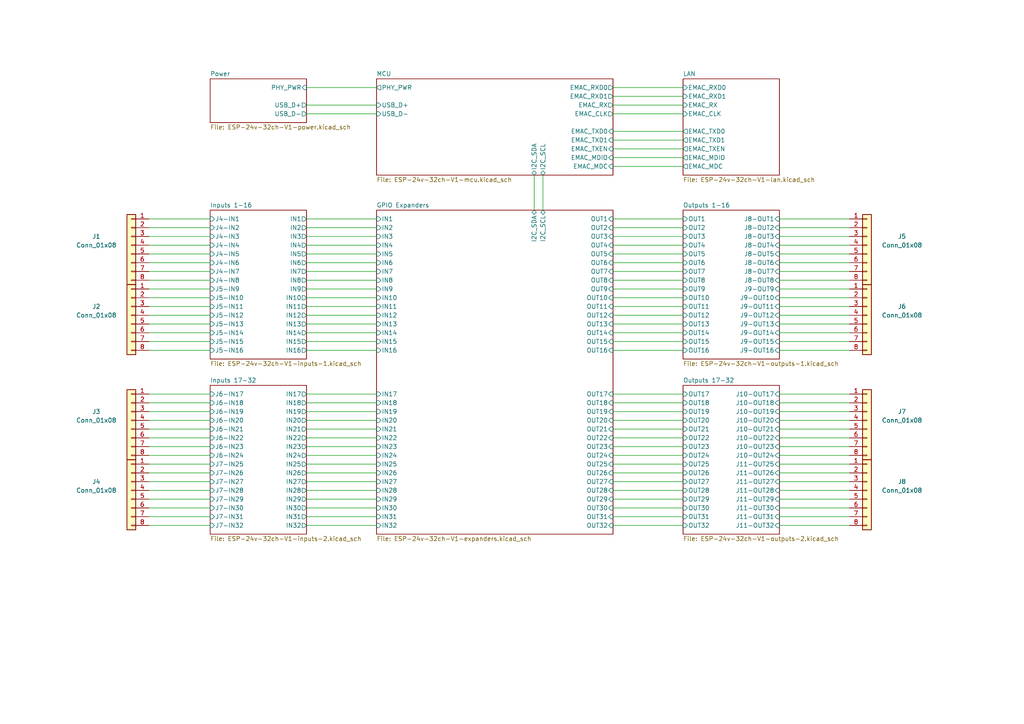
<source format=kicad_sch>
(kicad_sch (version 20230121) (generator eeschema)
  (paper "A4")
  (title_block (title "ESP 32x 24VDC Input 32x 24VDC Output Module") (date "2023-05-04") (rev "V1"))
  (lib_symbols
    (symbol "Connector_Generic:Conn_01x08" (pin_names (offset 1.016) hide)
      (property "Reference" "J" (at 0 10.16 0))
      (property "Value" "Conn_01x08" (at 0 -12.7 0))
      (symbol "Conn_01x08_1_1"
        (rectangle (start -1.27 -10.033) (end 0 -10.287) (stroke (width 0.1524)))
        (rectangle (start -1.27 -7.493) (end 0 -7.747) (stroke (width 0.1524)))
        (rectangle (start -1.27 -4.953) (end 0 -5.207) (stroke (width 0.1524)))
        (rectangle (start -1.27 -2.413) (end 0 -2.667) (stroke (width 0.1524)))
        (rectangle (start -1.27 0.127) (end 0 -0.127) (stroke (width 0.1524)))
        (rectangle (start -1.27 2.667) (end 0 2.413) (stroke (width 0.1524)))
        (rectangle (start -1.27 5.207) (end 0 4.953) (stroke (width 0.1524)))
        (rectangle (start -1.27 7.747) (end 0 7.493) (stroke (width 0.1524)))
        (rectangle (start -1.27 8.89) (end 1.27 -11.43) (stroke (width 0.254)) (fill (type background)))
        (pin passive line (at -5.08 7.62 0) (length 3.81) (name "Pin_1") (number "1"))
        (pin passive line (at -5.08 5.08 0) (length 3.81) (name "Pin_2") (number "2"))
        (pin passive line (at -5.08 2.54 0) (length 3.81) (name "Pin_3") (number "3"))
        (pin passive line (at -5.08 0 0) (length 3.81) (name "Pin_4") (number "4"))
        (pin passive line (at -5.08 -2.54 0) (length 3.81) (name "Pin_5") (number "5"))
        (pin passive line (at -5.08 -5.08 0) (length 3.81) (name "Pin_6") (number "6"))
        (pin passive line (at -5.08 -7.62 0) (length 3.81) (name "Pin_7") (number "7"))
        (pin passive line (at -5.08 -10.16 0) (length 3.81) (name "Pin_8") (number "8"))
      )
    )
  )
  (wire (pts (xy 88.9 101.6) (xy 109.22 101.6)))
  (wire (pts (xy 177.8 114.3) (xy 198.12 114.3)))
  (wire (pts (xy 43.18 139.7) (xy 60.96 139.7)))
  (wire (pts (xy 88.9 83.82) (xy 109.22 83.82)))
  (wire (pts (xy 177.8 38.1) (xy 198.12 38.1)))
  (wire (pts (xy 226.06 68.58) (xy 246.38 68.58)))
  (wire (pts (xy 88.9 142.24) (xy 109.22 142.24)))
  (wire (pts (xy 177.8 116.84) (xy 198.12 116.84)))
  (wire (pts (xy 88.9 33.02) (xy 109.22 33.02)))
  (wire (pts (xy 177.8 121.92) (xy 198.12 121.92)))
  (wire (pts (xy 177.8 127) (xy 198.12 127)))
  (wire (pts (xy 177.8 132.08) (xy 198.12 132.08)))
  (wire (pts (xy 177.8 48.26) (xy 198.12 48.26)))
  (wire (pts (xy 43.18 66.04) (xy 60.96 66.04)))
  (wire (pts (xy 226.06 101.6) (xy 246.38 101.6)))
  (wire (pts (xy 226.06 127) (xy 246.38 127)))
  (wire (pts (xy 226.06 121.92) (xy 246.38 121.92)))
  (wire (pts (xy 226.06 147.32) (xy 246.38 147.32)))
  (wire (pts (xy 226.06 78.74) (xy 246.38 78.74)))
  (wire (pts (xy 88.9 25.4) (xy 109.22 25.4)))
  (wire (pts (xy 226.06 114.3) (xy 246.38 114.3)))
  (wire (pts (xy 177.8 152.4) (xy 198.12 152.4)))
  (wire (pts (xy 88.9 91.44) (xy 109.22 91.44)))
  (wire (pts (xy 88.9 121.92) (xy 109.22 121.92)))
  (wire (pts (xy 177.8 30.48) (xy 198.12 30.48)))
  (wire (pts (xy 43.18 96.52) (xy 60.96 96.52)))
  (wire (pts (xy 177.8 119.38) (xy 198.12 119.38)))
  (wire (pts (xy 226.06 149.86) (xy 246.38 149.86)))
  (wire (pts (xy 226.06 63.5) (xy 246.38 63.5)))
  (wire (pts (xy 226.06 99.06) (xy 246.38 99.06)))
  (wire (pts (xy 88.9 88.9) (xy 109.22 88.9)))
  (wire (pts (xy 177.8 68.58) (xy 198.12 68.58)))
  (wire (pts (xy 177.8 142.24) (xy 198.12 142.24)))
  (wire (pts (xy 177.8 91.44) (xy 198.12 91.44)))
  (wire (pts (xy 43.18 124.46) (xy 60.96 124.46)))
  (wire (pts (xy 226.06 71.12) (xy 246.38 71.12)))
  (wire (pts (xy 43.18 76.2) (xy 60.96 76.2)))
  (wire (pts (xy 88.9 86.36) (xy 109.22 86.36)))
  (wire (pts (xy 43.18 101.6) (xy 60.96 101.6)))
  (wire (pts (xy 43.18 81.28) (xy 60.96 81.28)))
  (wire (pts (xy 88.9 144.78) (xy 109.22 144.78)))
  (wire (pts (xy 88.9 124.46) (xy 109.22 124.46)))
  (wire (pts (xy 43.18 147.32) (xy 60.96 147.32)))
  (wire (pts (xy 226.06 134.62) (xy 246.38 134.62)))
  (wire (pts (xy 226.06 96.52) (xy 246.38 96.52)))
  (wire (pts (xy 43.18 119.38) (xy 60.96 119.38)))
  (wire (pts (xy 88.9 73.66) (xy 109.22 73.66)))
  (wire (pts (xy 177.8 27.94) (xy 198.12 27.94)))
  (wire (pts (xy 177.8 66.04) (xy 198.12 66.04)))
  (wire (pts (xy 177.8 147.32) (xy 198.12 147.32)))
  (wire (pts (xy 177.8 40.64) (xy 198.12 40.64)))
  (wire (pts (xy 43.18 152.4) (xy 60.96 152.4)))
  (wire (pts (xy 177.8 139.7) (xy 198.12 139.7)))
  (wire (pts (xy 88.9 134.62) (xy 109.22 134.62)))
  (wire (pts (xy 88.9 132.08) (xy 109.22 132.08)))
  (wire (pts (xy 88.9 30.48) (xy 109.22 30.48)))
  (wire (pts (xy 88.9 149.86) (xy 109.22 149.86)))
  (wire (pts (xy 88.9 127) (xy 109.22 127)))
  (wire (pts (xy 226.06 91.44) (xy 246.38 91.44)))
  (wire (pts (xy 177.8 71.12) (xy 198.12 71.12)))
  (wire (pts (xy 88.9 116.84) (xy 109.22 116.84)))
  (wire (pts (xy 88.9 119.38) (xy 109.22 119.38)))
  (wire (pts (xy 43.18 83.82) (xy 60.96 83.82)))
  (wire (pts (xy 43.18 149.86) (xy 60.96 149.86)))
  (wire (pts (xy 43.18 142.24) (xy 60.96 142.24)))
  (wire (pts (xy 43.18 121.92) (xy 60.96 121.92)))
  (wire (pts (xy 226.06 93.98) (xy 246.38 93.98)))
  (wire (pts (xy 88.9 99.06) (xy 109.22 99.06)))
  (wire (pts (xy 88.9 93.98) (xy 109.22 93.98)))
  (wire (pts (xy 43.18 129.54) (xy 60.96 129.54)))
  (wire (pts (xy 226.06 132.08) (xy 246.38 132.08)))
  (wire (pts (xy 177.8 81.28) (xy 198.12 81.28)))
  (wire (pts (xy 43.18 134.62) (xy 60.96 134.62)))
  (wire (pts (xy 88.9 147.32) (xy 109.22 147.32)))
  (wire (pts (xy 88.9 114.3) (xy 109.22 114.3)))
  (wire (pts (xy 177.8 78.74) (xy 198.12 78.74)))
  (wire (pts (xy 177.8 76.2) (xy 198.12 76.2)))
  (wire (pts (xy 177.8 73.66) (xy 198.12 73.66)))
  (wire (pts (xy 43.18 71.12) (xy 60.96 71.12)))
  (wire (pts (xy 43.18 73.66) (xy 60.96 73.66)))
  (wire (pts (xy 43.18 99.06) (xy 60.96 99.06)))
  (wire (pts (xy 226.06 81.28) (xy 246.38 81.28)))
  (wire (pts (xy 177.8 144.78) (xy 198.12 144.78)))
  (wire (pts (xy 157.48 50.8) (xy 157.48 60.96)))
  (wire (pts (xy 88.9 152.4) (xy 109.22 152.4)))
  (wire (pts (xy 177.8 129.54) (xy 198.12 129.54)))
  (wire (pts (xy 43.18 68.58) (xy 60.96 68.58)))
  (wire (pts (xy 88.9 63.5) (xy 109.22 63.5)))
  (wire (pts (xy 226.06 116.84) (xy 246.38 116.84)))
  (wire (pts (xy 88.9 71.12) (xy 109.22 71.12)))
  (wire (pts (xy 88.9 68.58) (xy 109.22 68.58)))
  (wire (pts (xy 88.9 76.2) (xy 109.22 76.2)))
  (wire (pts (xy 177.8 63.5) (xy 198.12 63.5)))
  (wire (pts (xy 88.9 78.74) (xy 109.22 78.74)))
  (wire (pts (xy 177.8 134.62) (xy 198.12 134.62)))
  (wire (pts (xy 177.8 45.72) (xy 198.12 45.72)))
  (wire (pts (xy 177.8 86.36) (xy 198.12 86.36)))
  (wire (pts (xy 226.06 152.4) (xy 246.38 152.4)))
  (wire (pts (xy 43.18 93.98) (xy 60.96 93.98)))
  (wire (pts (xy 43.18 137.16) (xy 60.96 137.16)))
  (wire (pts (xy 226.06 142.24) (xy 246.38 142.24)))
  (wire (pts (xy 226.06 76.2) (xy 246.38 76.2)))
  (wire (pts (xy 177.8 99.06) (xy 198.12 99.06)))
  (wire (pts (xy 88.9 129.54) (xy 109.22 129.54)))
  (wire (pts (xy 177.8 43.18) (xy 198.12 43.18)))
  (wire (pts (xy 88.9 96.52) (xy 109.22 96.52)))
  (wire (pts (xy 88.9 139.7) (xy 109.22 139.7)))
  (wire (pts (xy 226.06 139.7) (xy 246.38 139.7)))
  (wire (pts (xy 43.18 63.5) (xy 60.96 63.5)))
  (wire (pts (xy 226.06 124.46) (xy 246.38 124.46)))
  (wire (pts (xy 226.06 86.36) (xy 246.38 86.36)))
  (wire (pts (xy 43.18 91.44) (xy 60.96 91.44)))
  (wire (pts (xy 177.8 124.46) (xy 198.12 124.46)))
  (wire (pts (xy 88.9 66.04) (xy 109.22 66.04)))
  (wire (pts (xy 43.18 86.36) (xy 60.96 86.36)))
  (wire (pts (xy 43.18 114.3) (xy 60.96 114.3)))
  (wire (pts (xy 226.06 129.54) (xy 246.38 129.54)))
  (wire (pts (xy 177.8 88.9) (xy 198.12 88.9)))
  (wire (pts (xy 226.06 137.16) (xy 246.38 137.16)))
  (wire (pts (xy 154.94 50.8) (xy 154.94 60.96)))
  (wire (pts (xy 177.8 101.6) (xy 198.12 101.6)))
  (wire (pts (xy 226.06 88.9) (xy 246.38 88.9)))
  (wire (pts (xy 226.06 119.38) (xy 246.38 119.38)))
  (wire (pts (xy 43.18 144.78) (xy 60.96 144.78)))
  (wire (pts (xy 177.8 93.98) (xy 198.12 93.98)))
  (wire (pts (xy 43.18 88.9) (xy 60.96 88.9)))
  (wire (pts (xy 226.06 73.66) (xy 246.38 73.66)))
  (wire (pts (xy 177.8 149.86) (xy 198.12 149.86)))
  (wire (pts (xy 43.18 132.08) (xy 60.96 132.08)))
  (wire (pts (xy 177.8 96.52) (xy 198.12 96.52)))
  (wire (pts (xy 88.9 81.28) (xy 109.22 81.28)))
  (wire (pts (xy 43.18 78.74) (xy 60.96 78.74)))
  (wire (pts (xy 177.8 33.02) (xy 198.12 33.02)))
  (wire (pts (xy 226.06 83.82) (xy 246.38 83.82)))
  (wire (pts (xy 177.8 25.4) (xy 198.12 25.4)))
  (wire (pts (xy 226.06 144.78) (xy 246.38 144.78)))
  (wire (pts (xy 177.8 137.16) (xy 198.12 137.16)))
  (wire (pts (xy 177.8 83.82) (xy 198.12 83.82)))
  (wire (pts (xy 88.9 137.16) (xy 109.22 137.16)))
  (wire (pts (xy 43.18 116.84) (xy 60.96 116.84)))
  (wire (pts (xy 226.06 66.04) (xy 246.38 66.04)))
  (wire (pts (xy 43.18 127) (xy 60.96 127)))
  (symbol (lib_id "Connector_Generic:Conn_01x08") (at 251.46 91.44 0) (unit 1)
    (property "Reference" "J6" (at 261.62 88.9 0))
    (property "Value" "Conn_01x08" (at 261.62 91.44 0))
    (property "Footprint" "Tales:TerminalBlock_DG141V-2.54-8P_1x08_P2.54mm_Vertical" (effects hide))
    (property "JLCPCB BOM" "1" (effects hide))
    (property "LCSC Part #" "C2898750" (effects hide))
    (property "Mfr" "DIBO" (effects hide))
    (property "Mfr PN" "DB141V-2.54-8P" (effects hide))
    (property "Vendor" "JLCPCB" (effects hide))
    (property "Vendor PN" "C2898750" (effects hide))
  )
  (symbol (lib_id "Connector_Generic:Conn_01x08") (at 251.46 121.92 0) (unit 1)
    (property "Reference" "J7" (at 261.62 119.38 0))
    (property "Value" "Conn_01x08" (at 261.62 121.92 0))
    (property "Footprint" "Tales:TerminalBlock_DG141V-2.54-8P_1x08_P2.54mm_Vertical" (effects hide))
    (property "JLCPCB BOM" "1" (effects hide))
    (property "LCSC Part #" "C2898750" (effects hide))
    (property "Mfr" "DIBO" (effects hide))
    (property "Mfr PN" "DB141V-2.54-8P" (effects hide))
    (property "Vendor" "JLCPCB" (effects hide))
    (property "Vendor PN" "C2898750" (effects hide))
  )
  (symbol (lib_id "Connector_Generic:Conn_01x08") (at 251.46 71.12 0) (unit 1)
    (property "Reference" "J5" (at 261.62 68.58 0))
    (property "Value" "Conn_01x08" (at 261.62 71.12 0))
    (property "Footprint" "Tales:TerminalBlock_DG141V-2.54-8P_1x08_P2.54mm_Vertical" (effects hide))
    (property "JLCPCB BOM" "1" (effects hide))
    (property "LCSC Part #" "C2898750" (effects hide))
    (property "Mfr" "DIBO" (effects hide))
    (property "Mfr PN" "DB141V-2.54-8P" (effects hide))
    (property "Vendor" "JLCPCB" (effects hide))
    (property "Vendor PN" "C2898750" (effects hide))
  )
  (symbol (lib_id "Connector_Generic:Conn_01x08") (at 38.1 91.44 0) (mirror y) (unit 1)
    (property "Reference" "J2" (at 27.94 88.9 0))
    (property "Value" "Conn_01x08" (at 27.94 91.44 0))
    (property "Footprint" "Tales:TerminalBlock_DG141V-2.54-8P_1x08_P2.54mm_Vertical" (effects hide))
    (property "JLCPCB BOM" "1" (effects hide))
    (property "LCSC Part #" "C2898750" (effects hide))
    (property "Mfr" "DIBO" (effects hide))
    (property "Mfr PN" "DB141V-2.54-8P" (effects hide))
    (property "Vendor" "JLCPCB" (effects hide))
    (property "Vendor PN" "C2898750" (effects hide))
  )
  (symbol (lib_id "Connector_Generic:Conn_01x08") (at 38.1 71.12 0) (mirror y) (unit 1)
    (property "Reference" "J1" (at 27.94 68.58 0))
    (property "Value" "Conn_01x08" (at 27.94 71.12 0))
    (property "Footprint" "Tales:TerminalBlock_DG141V-2.54-8P_1x08_P2.54mm_Vertical" (effects hide))
    (property "JLCPCB BOM" "1" (effects hide))
    (property "LCSC Part #" "C2898750" (effects hide))
    (property "Mfr" "DIBO" (effects hide))
    (property "Mfr PN" "DB141V-2.54-8P" (effects hide))
    (property "Vendor" "JLCPCB" (effects hide))
    (property "Vendor PN" "C2898750" (effects hide))
  )
  (symbol (lib_id "Connector_Generic:Conn_01x08") (at 251.46 142.24 0) (unit 1)
    (property "Reference" "J8" (at 261.62 139.7 0))
    (property "Value" "Conn_01x08" (at 261.62 142.24 0))
    (property "Footprint" "Tales:TerminalBlock_DG141V-2.54-8P_1x08_P2.54mm_Vertical" (effects hide))
    (property "JLCPCB BOM" "1" (effects hide))
    (property "LCSC Part #" "C2898750" (effects hide))
    (property "Mfr" "DIBO" (effects hide))
    (property "Mfr PN" "DB141V-2.54-8P" (effects hide))
    (property "Vendor" "JLCPCB" (effects hide))
    (property "Vendor PN" "C2898750" (effects hide))
  )
  (symbol (lib_id "Connector_Generic:Conn_01x08") (at 38.1 121.92 0) (mirror y) (unit 1)
    (property "Reference" "J3" (at 27.94 119.38 0))
    (property "Value" "Conn_01x08" (at 27.94 121.92 0))
    (property "Footprint" "Tales:TerminalBlock_DG141V-2.54-8P_1x08_P2.54mm_Vertical" (effects hide))
    (property "JLCPCB BOM" "1" (effects hide))
    (property "LCSC Part #" "C2898750" (effects hide))
    (property "Mfr" "DIBO" (effects hide))
    (property "Mfr PN" "DB141V-2.54-8P" (effects hide))
    (property "Vendor" "JLCPCB" (effects hide))
    (property "Vendor PN" "C2898750" (effects hide))
  )
  (symbol (lib_id "Connector_Generic:Conn_01x08") (at 38.1 142.24 0) (mirror y) (unit 1)
    (property "Reference" "J4" (at 27.94 139.7 0))
    (property "Value" "Conn_01x08" (at 27.94 142.24 0))
    (property "Footprint" "Tales:TerminalBlock_DG141V-2.54-8P_1x08_P2.54mm_Vertical" (effects hide))
    (property "JLCPCB BOM" "1" (effects hide))
    (property "LCSC Part #" "C2898750" (effects hide))
    (property "Mfr" "DIBO" (effects hide))
    (property "Mfr PN" "DB141V-2.54-8P" (effects hide))
    (property "Vendor" "JLCPCB" (effects hide))
    (property "Vendor PN" "C2898750" (effects hide))
  )
  (sheet (at 60.96 111.76) (size 27.94 43.18) (stroke (width 0.1524))
    (property "Sheetname" "Inputs 17-32" (at 60.96 111.0484 0) (effects (justify left bottom)))
    (property "Sheetfile" "ESP-24v-32ch-V1-inputs-2.kicad_sch" (at 60.96 155.5246 0) (effects (justify left top)))
    (pin "IN19" output (at 88.9 119.38 0))
    (pin "IN20" output (at 88.9 121.92 0))
    (pin "IN18" output (at 88.9 116.84 0))
    (pin "IN17" output (at 88.9 114.3 0))
    (pin "IN30" output (at 88.9 147.32 0))
    (pin "IN25" output (at 88.9 134.62 0))
    (pin "IN26" output (at 88.9 137.16 0))
    (pin "IN29" output (at 88.9 144.78 0))
    (pin "IN27" output (at 88.9 139.7 0))
    (pin "IN28" output (at 88.9 142.24 0))
    (pin "IN31" output (at 88.9 149.86 0))
    (pin "IN32" output (at 88.9 152.4 0))
    (pin "IN21" output (at 88.9 124.46 0))
    (pin "IN24" output (at 88.9 132.08 0))
    (pin "IN22" output (at 88.9 127 0))
    (pin "IN23" output (at 88.9 129.54 0))
    (pin "J6-IN20" input (at 60.96 121.92 180))
    (pin "J6-IN24" input (at 60.96 132.08 180))
    (pin "J7-IN27" input (at 60.96 139.7 180))
    (pin "J6-IN23" input (at 60.96 129.54 180))
    (pin "J7-IN28" input (at 60.96 142.24 180))
    (pin "J6-IN19" input (at 60.96 119.38 180))
    (pin "J7-IN32" input (at 60.96 152.4 180))
    (pin "J7-IN31" input (at 60.96 149.86 180))
    (pin "J6-IN21" input (at 60.96 124.46 180))
    (pin "J6-IN22" input (at 60.96 127 180))
    (pin "J6-IN17" input (at 60.96 114.3 180))
    (pin "J6-IN18" input (at 60.96 116.84 180))
    (pin "J7-IN30" input (at 60.96 147.32 180))
    (pin "J7-IN29" input (at 60.96 144.78 180))
    (pin "J7-IN26" input (at 60.96 137.16 180))
    (pin "J7-IN25" input (at 60.96 134.62 180))
  )
  (sheet (at 198.12 60.96) (size 27.94 43.18) (stroke (width 0.1524))
    (property "Sheetname" "Outputs 1-16" (at 198.12 60.2484 0) (effects (justify left bottom)))
    (property "Sheetfile" "ESP-24v-32ch-V1-outputs-1.kicad_sch" (at 198.12 104.7246 0) (effects (justify left top)))
    (pin "OUT5" input (at 198.12 73.66 180))
    (pin "J8-OUT1" input (at 226.06 63.5 0))
    (pin "OUT1" input (at 198.12 63.5 180))
    (pin "OUT6" input (at 198.12 76.2 180))
    (pin "OUT7" input (at 198.12 78.74 180))
    (pin "OUT2" input (at 198.12 66.04 180))
    (pin "J8-OUT3" input (at 226.06 68.58 0))
    (pin "J8-OUT2" input (at 226.06 66.04 0))
    (pin "J8-OUT4" input (at 226.06 71.12 0))
    (pin "OUT4" input (at 198.12 71.12 180))
    (pin "OUT3" input (at 198.12 68.58 180))
    (pin "J8-OUT6" input (at 226.06 76.2 0))
    (pin "J8-OUT7" input (at 226.06 78.74 0))
    (pin "OUT11" input (at 198.12 88.9 180))
    (pin "OUT10" input (at 198.12 86.36 180))
    (pin "OUT9" input (at 198.12 83.82 180))
    (pin "J8-OUT5" input (at 226.06 73.66 0))
    (pin "J8-OUT8" input (at 226.06 81.28 0))
    (pin "OUT12" input (at 198.12 91.44 180))
    (pin "OUT8" input (at 198.12 81.28 180))
    (pin "J9-OUT9" input (at 226.06 83.82 0))
    (pin "J9-OUT10" input (at 226.06 86.36 0))
    (pin "J9-OUT11" input (at 226.06 88.9 0))
    (pin "J9-OUT12" input (at 226.06 91.44 0))
    (pin "OUT13" input (at 198.12 93.98 180))
    (pin "OUT14" input (at 198.12 96.52 180))
    (pin "J9-OUT13" input (at 226.06 93.98 0))
    (pin "J9-OUT14" input (at 226.06 96.52 0))
    (pin "OUT15" input (at 198.12 99.06 180))
    (pin "J9-OUT15" input (at 226.06 99.06 0))
    (pin "OUT16" input (at 198.12 101.6 180))
    (pin "J9-OUT16" input (at 226.06 101.6 0))
  )
  (sheet (at 60.96 22.86) (size 27.94 12.7) (stroke (width 0.1524))
    (property "Sheetname" "Power" (at 60.96 22.1484 0) (effects (justify left bottom)))
    (property "Sheetfile" "ESP-24v-32ch-V1-power.kicad_sch" (at 60.96 36.1446 0) (effects (justify left top)))
    (pin "PHY_PWR" input (at 88.9 25.4 0))
    (pin "USB_D+" output (at 88.9 30.48 0))
    (pin "USB_D-" output (at 88.9 33.02 0))
  )
  (sheet (at 60.96 60.96) (size 27.94 43.18) (stroke (width 0.1524))
    (property "Sheetname" "Inputs 1-16" (at 60.96 60.2484 0) (effects (justify left bottom)))
    (property "Sheetfile" "ESP-24v-32ch-V1-inputs-1.kicad_sch" (at 60.96 104.7246 0) (effects (justify left top)))
    (pin "IN7" output (at 88.9 78.74 0))
    (pin "IN8" output (at 88.9 81.28 0))
    (pin "IN4" output (at 88.9 71.12 0))
    (pin "IN3" output (at 88.9 68.58 0))
    (pin "IN5" output (at 88.9 73.66 0))
    (pin "IN6" output (at 88.9 76.2 0))
    (pin "IN2" output (at 88.9 66.04 0))
    (pin "IN1" output (at 88.9 63.5 0))
    (pin "IN14" output (at 88.9 96.52 0))
    (pin "IN10" output (at 88.9 86.36 0))
    (pin "IN15" output (at 88.9 99.06 0))
    (pin "IN16" output (at 88.9 101.6 0))
    (pin "IN9" output (at 88.9 83.82 0))
    (pin "IN12" output (at 88.9 91.44 0))
    (pin "IN11" output (at 88.9 88.9 0))
    (pin "IN13" output (at 88.9 93.98 0))
    (pin "J4-IN4" input (at 60.96 71.12 180))
    (pin "J4-IN2" input (at 60.96 66.04 180))
    (pin "J4-IN1" input (at 60.96 63.5 180))
    (pin "J4-IN3" input (at 60.96 68.58 180))
    (pin "J4-IN7" input (at 60.96 78.74 180))
    (pin "J4-IN8" input (at 60.96 81.28 180))
    (pin "J4-IN6" input (at 60.96 76.2 180))
    (pin "J4-IN5" input (at 60.96 73.66 180))
    (pin "J5-IN16" input (at 60.96 101.6 180))
    (pin "J5-IN13" input (at 60.96 93.98 180))
    (pin "J5-IN14" input (at 60.96 96.52 180))
    (pin "J5-IN15" input (at 60.96 99.06 180))
    (pin "J5-IN9" input (at 60.96 83.82 180))
    (pin "J5-IN12" input (at 60.96 91.44 180))
    (pin "J5-IN10" input (at 60.96 86.36 180))
    (pin "J5-IN11" input (at 60.96 88.9 180))
  )
  (sheet (at 109.22 60.96) (size 68.58 93.98) (stroke (width 0.1524))
    (property "Sheetname" "GPIO Expanders" (at 109.22 60.2484 0) (effects (justify left bottom)))
    (property "Sheetfile" "ESP-24v-32ch-V1-expanders.kicad_sch" (at 109.22 155.5246 0) (effects (justify left top)))
    (pin "IN8" input (at 109.22 81.28 180))
    (pin "IN6" input (at 109.22 76.2 180))
    (pin "IN5" input (at 109.22 73.66 180))
    (pin "IN7" input (at 109.22 78.74 180))
    (pin "IN4" input (at 109.22 71.12 180))
    (pin "IN2" input (at 109.22 66.04 180))
    (pin "IN3" input (at 109.22 68.58 180))
    (pin "IN1" input (at 109.22 63.5 180))
    (pin "OUT20" input (at 177.8 121.92 0))
    (pin "OUT19" input (at 177.8 119.38 0))
    (pin "OUT18" input (at 177.8 116.84 0))
    (pin "OUT21" input (at 177.8 124.46 0))
    (pin "OUT24" input (at 177.8 132.08 0))
    (pin "OUT22" input (at 177.8 127 0))
    (pin "OUT23" input (at 177.8 129.54 0))
    (pin "OUT14" input (at 177.8 96.52 0))
    (pin "OUT16" input (at 177.8 101.6 0))
    (pin "OUT15" input (at 177.8 99.06 0))
    (pin "OUT13" input (at 177.8 93.98 0))
    (pin "OUT9" input (at 177.8 83.82 0))
    (pin "OUT10" input (at 177.8 86.36 0))
    (pin "OUT11" input (at 177.8 88.9 0))
    (pin "OUT12" input (at 177.8 91.44 0))
    (pin "IN15" input (at 109.22 99.06 180))
    (pin "IN16" input (at 109.22 101.6 180))
    (pin "IN9" input (at 109.22 83.82 180))
    (pin "IN11" input (at 109.22 88.9 180))
    (pin "IN10" input (at 109.22 86.36 180))
    (pin "IN12" input (at 109.22 91.44 180))
    (pin "IN14" input (at 109.22 96.52 180))
    (pin "IN13" input (at 109.22 93.98 180))
    (pin "IN25" input (at 109.22 134.62 180))
    (pin "IN27" input (at 109.22 139.7 180))
    (pin "IN26" input (at 109.22 137.16 180))
    (pin "IN28" input (at 109.22 142.24 180))
    (pin "IN29" input (at 109.22 144.78 180))
    (pin "IN30" input (at 109.22 147.32 180))
    (pin "IN32" input (at 109.22 152.4 180))
    (pin "IN17" input (at 109.22 114.3 180))
    (pin "IN31" input (at 109.22 149.86 180))
    (pin "IN24" input (at 109.22 132.08 180))
    (pin "IN23" input (at 109.22 129.54 180))
    (pin "IN22" input (at 109.22 127 180))
    (pin "IN18" input (at 109.22 116.84 180))
    (pin "IN21" input (at 109.22 124.46 180))
    (pin "IN19" input (at 109.22 119.38 180))
    (pin "IN20" input (at 109.22 121.92 180))
    (pin "OUT4" input (at 177.8 71.12 0))
    (pin "OUT3" input (at 177.8 68.58 0))
    (pin "OUT5" input (at 177.8 73.66 0))
    (pin "OUT7" input (at 177.8 78.74 0))
    (pin "OUT6" input (at 177.8 76.2 0))
    (pin "OUT8" input (at 177.8 81.28 0))
    (pin "OUT2" input (at 177.8 66.04 0))
    (pin "OUT1" input (at 177.8 63.5 0))
    (pin "OUT32" input (at 177.8 152.4 0))
    (pin "OUT17" input (at 177.8 114.3 0))
    (pin "OUT27" input (at 177.8 139.7 0))
    (pin "OUT30" input (at 177.8 147.32 0))
    (pin "OUT31" input (at 177.8 149.86 0))
    (pin "OUT26" input (at 177.8 137.16 0))
    (pin "OUT28" input (at 177.8 142.24 0))
    (pin "OUT25" input (at 177.8 134.62 0))
    (pin "OUT29" input (at 177.8 144.78 0))
    (pin "I2C_SDA" bidirectional (at 154.94 60.96 90))
    (pin "I2C_SCL" bidirectional (at 157.48 60.96 90))
  )
  (sheet (at 198.12 22.86) (size 27.94 27.94) (stroke (width 0.1524))
    (property "Sheetname" "LAN" (at 198.12 22.1484 0) (effects (justify left bottom)))
    (property "Sheetfile" "ESP-24v-32ch-V1-lan.kicad_sch" (at 198.12 51.3846 0) (effects (justify left top)))
    (pin "EMAC_RX" input (at 198.12 30.48 180))
    (pin "EMAC_MDIO" output (at 198.12 45.72 180))
    (pin "EMAC_TXD0" output (at 198.12 38.1 180))
    (pin "EMAC_TXD1" output (at 198.12 40.64 180))
    (pin "EMAC_TXEN" output (at 198.12 43.18 180))
    (pin "EMAC_RXD1" input (at 198.12 27.94 180))
    (pin "EMAC_RXD0" input (at 198.12 25.4 180))
    (pin "EMAC_MDC" output (at 198.12 48.26 180))
    (pin "EMAC_CLK" input (at 198.12 33.02 180))
  )
  (sheet (at 198.12 111.76) (size 27.94 43.18) (stroke (width 0.1524))
    (property "Sheetname" "Outputs 17-32" (at 198.12 111.0484 0) (effects (justify left bottom)))
    (property "Sheetfile" "ESP-24v-32ch-V1-outputs-2.kicad_sch" (at 198.12 155.5246 0) (effects (justify left top)))
    (pin "OUT17" input (at 198.12 114.3 180))
    (pin "OUT26" input (at 198.12 137.16 180))
    (pin "OUT27" input (at 198.12 139.7 180))
    (pin "OUT20" input (at 198.12 121.92 180))
    (pin "OUT25" input (at 198.12 134.62 180))
    (pin "OUT21" input (at 198.12 124.46 180))
    (pin "OUT22" input (at 198.12 127 180))
    (pin "OUT18" input (at 198.12 116.84 180))
    (pin "OUT19" input (at 198.12 119.38 180))
    (pin "OUT24" input (at 198.12 132.08 180))
    (pin "OUT23" input (at 198.12 129.54 180))
    (pin "OUT28" input (at 198.12 142.24 180))
    (pin "OUT31" input (at 198.12 149.86 180))
    (pin "OUT30" input (at 198.12 147.32 180))
    (pin "OUT32" input (at 198.12 152.4 180))
    (pin "OUT29" input (at 198.12 144.78 180))
    (pin "J10-OUT22" input (at 226.06 127 0))
    (pin "J10-OUT23" input (at 226.06 129.54 0))
    (pin "J10-OUT20" input (at 226.06 121.92 0))
    (pin "J10-OUT21" input (at 226.06 124.46 0))
    (pin "J10-OUT18" input (at 226.06 116.84 0))
    (pin "J10-OUT17" input (at 226.06 114.3 0))
    (pin "J10-OUT19" input (at 226.06 119.38 0))
    (pin "J10-OUT24" input (at 226.06 132.08 0))
    (pin "J11-OUT31" input (at 226.06 149.86 0))
    (pin "J11-OUT26" input (at 226.06 137.16 0))
    (pin "J11-OUT25" input (at 226.06 134.62 0))
    (pin "J11-OUT30" input (at 226.06 147.32 0))
    (pin "J11-OUT27" input (at 226.06 139.7 0))
    (pin "J11-OUT28" input (at 226.06 142.24 0))
    (pin "J11-OUT32" input (at 226.06 152.4 0))
    (pin "J11-OUT29" input (at 226.06 144.78 0))
  )
  (sheet (at 109.22 22.86) (size 68.58 27.94) (stroke (width 0.1524))
    (property "Sheetname" "MCU" (at 109.22 22.1484 0) (effects (justify left bottom)))
    (property "Sheetfile" "ESP-24v-32ch-V1-mcu.kicad_sch" (at 109.22 51.3846 0) (effects (justify left top)))
    (pin "PHY_PWR" output (at 109.22 25.4 180))
    (pin "EMAC_MDIO" input (at 177.8 45.72 0))
    (pin "EMAC_TXD0" input (at 177.8 38.1 0))
    (pin "EMAC_CLK" output (at 177.8 33.02 0))
    (pin "EMAC_MDC" input (at 177.8 48.26 0))
    (pin "EMAC_RXD0" output (at 177.8 25.4 0))
    (pin "EMAC_TXEN" input (at 177.8 43.18 0))
    (pin "EMAC_TXD1" input (at 177.8 40.64 0))
    (pin "EMAC_RXD1" output (at 177.8 27.94 0))
    (pin "EMAC_RX" output (at 177.8 30.48 0))
    (pin "USB_D-" input (at 109.22 33.02 180))
    (pin "USB_D+" input (at 109.22 30.48 180))
    (pin "I2C_SDA" bidirectional (at 154.94 50.8 270))
    (pin "I2C_SCL" bidirectional (at 157.48 50.8 270))
  )
)
</source>
